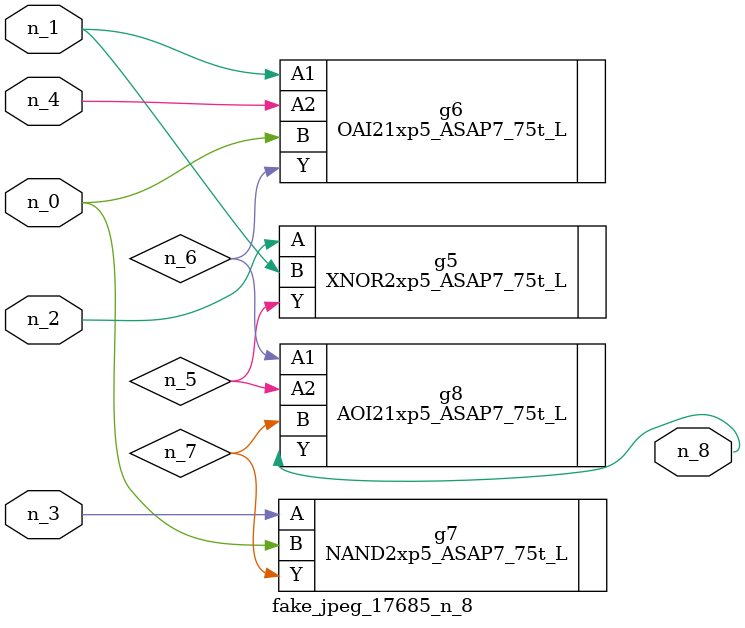
<source format=v>
module fake_jpeg_17685_n_8 (n_3, n_2, n_1, n_0, n_4, n_8);

input n_3;
input n_2;
input n_1;
input n_0;
input n_4;

output n_8;

wire n_6;
wire n_5;
wire n_7;

XNOR2xp5_ASAP7_75t_L g5 ( 
.A(n_2),
.B(n_1),
.Y(n_5)
);

OAI21xp5_ASAP7_75t_L g6 ( 
.A1(n_1),
.A2(n_4),
.B(n_0),
.Y(n_6)
);

NAND2xp5_ASAP7_75t_L g7 ( 
.A(n_3),
.B(n_0),
.Y(n_7)
);

AOI21xp5_ASAP7_75t_L g8 ( 
.A1(n_6),
.A2(n_5),
.B(n_7),
.Y(n_8)
);


endmodule
</source>
